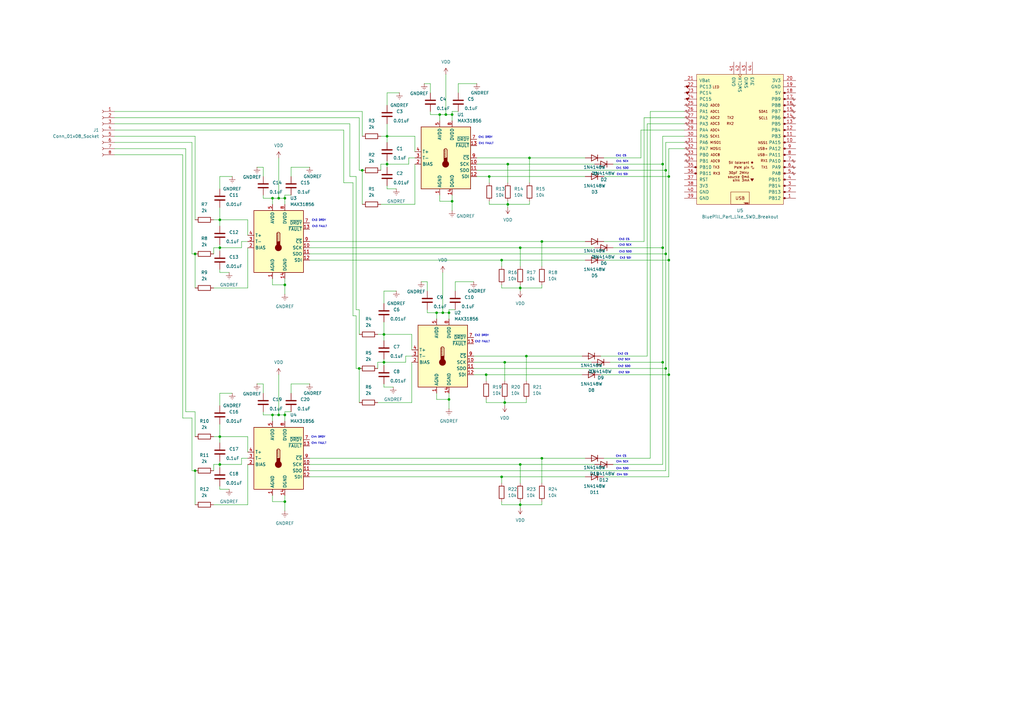
<source format=kicad_sch>
(kicad_sch (version 20250114) (generator "eeschema") (generator_version "9.0")
  (paper "A3")
  (text "Ch1 SCK" (at 255.27 66.294 0) (effects (font (size 0.762 0.762))))
  (text "Ch2 SCK" (at 256.032 147.574 0) (effects (font (size 0.762 0.762))))
  (text "Ch2 DRDY" (at 197.612 137.668 0) (effects (font (size 0.762 0.762))))
  (text "Ch4 SDI" (at 255.27 194.818 0) (effects (font (size 0.762 0.762))))
  (text "Ch4 FAULT" (at 130.81 181.864 0) (effects (font (size 0.762 0.762))))
  (text "Ch3 FAULT" (at 131.064 92.964 0) (effects (font (size 0.762 0.762))))
  (text "Ch3 SDO" (at 256.54 103.378 0) (effects (font (size 0.762 0.762))))
  (text "Ch4 CS" (at 254.762 187.198 0) (effects (font (size 0.762 0.762))))
  (text "Ch4 SCK" (at 255.27 189.484 0) (effects (font (size 0.762 0.762))))
  (text "Ch1 FAULT" (at 199.39 58.928 0) (effects (font (size 0.762 0.762))))
  (text "Ch2 SDO" (at 256.032 150.368 0) (effects (font (size 0.762 0.762))))
  (text "Ch1 SDI" (at 255.27 71.628 0) (effects (font (size 0.762 0.762))))
  (text "Ch2 CS" (at 255.524 145.288 0) (effects (font (size 0.762 0.762))))
  (text "Ch2 FAULT" (at 197.866 140.208 0) (effects (font (size 0.762 0.762))))
  (text "Ch1 DRDY" (at 199.136 56.388 0) (effects (font (size 0.762 0.762))))
  (text "Ch1 CS" (at 254.762 64.008 0) (effects (font (size 0.762 0.762))))
  (text "Ch4 DRDY" (at 130.556 179.324 0) (effects (font (size 0.762 0.762))))
  (text "Ch3 SCK" (at 256.54 100.584 0) (effects (font (size 0.762 0.762))))
  (text "Ch4 SDO" (at 255.27 192.278 0) (effects (font (size 0.762 0.762))))
  (text "Ch1 SDO" (at 255.27 69.088 0) (effects (font (size 0.762 0.762))))
  (text "Ch3 SDI" (at 256.54 105.918 0) (effects (font (size 0.762 0.762))))
  (text "Ch3 CS" (at 256.032 98.298 0) (effects (font (size 0.762 0.762))))
  (text "Ch2 SDI" (at 256.032 152.908 0) (effects (font (size 0.762 0.762))))
  (text "Ch3 DRDY" (at 130.81 90.424 0) (effects (font (size 0.762 0.762))))
  (junction (at 90.17 179.07))
  (junction (at 114.3 170.18))
  (junction (at 205.74 195.58))
  (junction (at 215.9 146.05))
  (junction (at 207.01 165.1))
  (junction (at 180.34 46.99))
  (junction (at 213.36 207.01))
  (junction (at 271.78 101.6))
  (junction (at 111.76 170.18))
  (junction (at 114.3 81.28))
  (junction (at 116.84 170.18))
  (junction (at 158.75 55.88))
  (junction (at 90.17 90.17))
  (junction (at 90.17 190.5))
  (junction (at 205.74 106.68))
  (junction (at 274.32 153.67))
  (junction (at 271.78 148.59))
  (junction (at 147.32 151.13))
  (junction (at 157.48 137.16))
  (junction (at 116.84 81.28))
  (junction (at 90.17 101.6))
  (junction (at 199.39 153.67))
  (junction (at 148.59 69.85))
  (junction (at 274.32 106.68))
  (junction (at 200.66 72.39))
  (junction (at 179.07 128.27))
  (junction (at 185.42 82.55))
  (junction (at 222.25 99.06))
  (junction (at 111.76 81.28))
  (junction (at 116.84 116.84))
  (junction (at 207.01 148.59))
  (junction (at 273.05 151.13))
  (junction (at 181.61 128.27))
  (junction (at 274.32 72.39))
  (junction (at 213.36 190.5))
  (junction (at 116.84 205.74))
  (junction (at 158.75 67.31))
  (junction (at 271.78 67.31))
  (junction (at 208.28 67.31))
  (junction (at 273.05 69.85))
  (junction (at 217.17 64.77))
  (junction (at 208.28 83.82))
  (junction (at 213.36 118.11))
  (junction (at 80.01 193.04))
  (junction (at 273.05 104.14))
  (junction (at 184.15 128.27))
  (junction (at 184.15 163.83))
  (junction (at 185.42 46.99))
  (junction (at 80.01 104.14))
  (junction (at 157.48 148.59))
  (junction (at 213.36 101.6))
  (junction (at 182.88 46.99))
  (junction (at 222.25 187.96))
  (wire (pts (xy 274.32 195.58) (xy 274.32 153.67)))
  (wire (pts (xy 265.43 50.8) (xy 280.67 50.8)))
  (wire (pts (xy 158.75 67.31) (xy 158.75 68.58)))
  (wire (pts (xy 156.21 67.31) (xy 158.75 67.31)))
  (wire (pts (xy 266.7 45.72) (xy 280.67 45.72)))
  (wire (pts (xy 107.95 80.01) (xy 107.95 81.28)))
  (wire (pts (xy 76.2 168.91) (xy 80.01 168.91)))
  (wire (pts (xy 180.34 80.01) (xy 180.34 82.55)))
  (wire (pts (xy 158.75 50.8) (xy 158.75 55.88)))
  (wire (pts (xy 116.84 81.28) (xy 116.84 80.01)))
  (wire (pts (xy 111.76 81.28) (xy 111.76 83.82)))
  (wire (pts (xy 246.38 146.05) (xy 265.43 146.05)))
  (wire (pts (xy 90.17 85.09) (xy 90.17 90.17)))
  (wire (pts (xy 176.53 45.72) (xy 176.53 46.99)))
  (wire (pts (xy 90.17 189.23) (xy 90.17 190.5)))
  (wire (pts (xy 87.63 190.5) (xy 90.17 190.5)))
  (wire (pts (xy 119.38 72.39) (xy 119.38 68.58)))
  (wire (pts (xy 176.53 34.29) (xy 173.99 34.29)))
  (wire (pts (xy 222.25 205.74) (xy 222.25 207.01)))
  (wire (pts (xy 195.58 67.31) (xy 208.28 67.31)))
  (wire (pts (xy 114.3 153.67) (xy 114.3 170.18)))
  (wire (pts (xy 90.17 166.37) (xy 90.17 161.29)))
  (wire (pts (xy 184.15 127) (xy 186.69 127)))
  (wire (pts (xy 247.65 187.96) (xy 266.7 187.96)))
  (wire (pts (xy 148.59 45.72) (xy 148.59 55.88)))
  (wire (pts (xy 90.17 179.07) (xy 90.17 181.61)))
  (wire (pts (xy 127 104.14) (xy 273.05 104.14)))
  (wire (pts (xy 184.15 163.83) (xy 184.15 167.64)))
  (wire (pts (xy 265.43 146.05) (xy 265.43 50.8)))
  (wire (pts (xy 107.95 161.29) (xy 107.95 157.48)))
  (wire (pts (xy 194.31 146.05) (xy 215.9 146.05)))
  (wire (pts (xy 78.74 193.04) (xy 80.01 193.04)))
  (wire (pts (xy 46.99 63.5) (xy 74.93 63.5)))
  (wire (pts (xy 205.74 118.11) (xy 213.36 118.11)))
  (wire (pts (xy 127 106.68) (xy 205.74 106.68)))
  (wire (pts (xy 200.66 83.82) (xy 208.28 83.82)))
  (wire (pts (xy 271.78 67.31) (xy 271.78 55.88)))
  (wire (pts (xy 87.63 101.6) (xy 90.17 101.6)))
  (wire (pts (xy 80.01 193.04) (xy 80.01 207.01)))
  (wire (pts (xy 213.36 116.84) (xy 213.36 118.11)))
  (wire (pts (xy 199.39 165.1) (xy 207.01 165.1)))
  (wire (pts (xy 46.99 53.34) (xy 140.97 53.34)))
  (wire (pts (xy 207.01 165.1) (xy 207.01 166.37)))
  (wire (pts (xy 146.05 72.39) (xy 146.05 127)))
  (wire (pts (xy 274.32 106.68) (xy 274.32 72.39)))
  (wire (pts (xy 116.84 168.91) (xy 119.38 168.91)))
  (wire (pts (xy 107.95 170.18) (xy 111.76 170.18)))
  (wire (pts (xy 179.07 128.27) (xy 181.61 128.27)))
  (wire (pts (xy 271.78 101.6) (xy 271.78 67.31)))
  (wire (pts (xy 127 187.96) (xy 222.25 187.96)))
  (wire (pts (xy 168.91 165.1) (xy 154.94 165.1)))
  (wire (pts (xy 114.3 64.77) (xy 114.3 81.28)))
  (wire (pts (xy 157.48 124.46) (xy 157.48 119.38)))
  (wire (pts (xy 111.76 170.18) (xy 114.3 170.18)))
  (wire (pts (xy 179.07 161.29) (xy 179.07 163.83)))
  (wire (pts (xy 273.05 69.85) (xy 273.05 58.42)))
  (wire (pts (xy 158.75 43.18) (xy 158.75 38.1)))
  (wire (pts (xy 184.15 130.81) (xy 184.15 128.27)))
  (wire (pts (xy 271.78 148.59) (xy 271.78 101.6)))
  (wire (pts (xy 194.31 153.67) (xy 199.39 153.67)))
  (wire (pts (xy 208.28 67.31) (xy 243.84 67.31)))
  (wire (pts (xy 246.38 153.67) (xy 274.32 153.67)))
  (wire (pts (xy 90.17 190.5) (xy 99.06 190.5)))
  (wire (pts (xy 215.9 146.05) (xy 238.76 146.05)))
  (wire (pts (xy 273.05 193.04) (xy 273.05 151.13)))
  (wire (pts (xy 215.9 165.1) (xy 207.01 165.1)))
  (wire (pts (xy 111.76 203.2) (xy 111.76 205.74)))
  (wire (pts (xy 116.84 83.82) (xy 116.84 81.28)))
  (wire (pts (xy 148.59 69.85) (xy 148.59 83.82)))
  (wire (pts (xy 170.18 83.82) (xy 156.21 83.82)))
  (wire (pts (xy 74.93 63.5) (xy 74.93 171.45)))
  (wire (pts (xy 200.66 72.39) (xy 200.66 74.93)))
  (wire (pts (xy 90.17 161.29) (xy 95.25 161.29)))
  (wire (pts (xy 99.06 187.96) (xy 99.06 190.5)))
  (wire (pts (xy 213.36 207.01) (xy 222.25 207.01)))
  (wire (pts (xy 213.36 101.6) (xy 213.36 109.22)))
  (wire (pts (xy 157.48 147.32) (xy 157.48 148.59)))
  (wire (pts (xy 208.28 83.82) (xy 208.28 85.09)))
  (wire (pts (xy 181.61 128.27) (xy 184.15 128.27)))
  (wire (pts (xy 146.05 151.13) (xy 147.32 151.13)))
  (wire (pts (xy 156.21 55.88) (xy 158.75 55.88)))
  (wire (pts (xy 127 195.58) (xy 205.74 195.58)))
  (wire (pts (xy 147.32 151.13) (xy 147.32 165.1)))
  (wire (pts (xy 180.34 46.99) (xy 182.88 46.99)))
  (wire (pts (xy 116.84 80.01) (xy 119.38 80.01)))
  (wire (pts (xy 90.17 173.99) (xy 90.17 179.07)))
  (wire (pts (xy 182.88 46.99) (xy 185.42 46.99)))
  (wire (pts (xy 217.17 64.77) (xy 240.03 64.77)))
  (wire (pts (xy 170.18 55.88) (xy 170.18 62.23)))
  (wire (pts (xy 222.25 99.06) (xy 240.03 99.06)))
  (wire (pts (xy 222.25 116.84) (xy 222.25 118.11)))
  (wire (pts (xy 101.6 101.6) (xy 101.6 118.11)))
  (wire (pts (xy 90.17 77.47) (xy 90.17 72.39)))
  (wire (pts (xy 205.74 205.74) (xy 205.74 207.01)))
  (wire (pts (xy 90.17 72.39) (xy 95.25 72.39)))
  (wire (pts (xy 213.36 207.01) (xy 213.36 208.28)))
  (wire (pts (xy 271.78 55.88) (xy 280.67 55.88)))
  (wire (pts (xy 250.19 148.59) (xy 271.78 148.59)))
  (wire (pts (xy 158.75 38.1) (xy 163.83 38.1)))
  (wire (pts (xy 154.94 137.16) (xy 157.48 137.16)))
  (wire (pts (xy 107.95 168.91) (xy 107.95 170.18)))
  (wire (pts (xy 80.01 55.88) (xy 80.01 90.17)))
  (wire (pts (xy 213.36 118.11) (xy 213.36 119.38)))
  (wire (pts (xy 208.28 82.55) (xy 208.28 83.82)))
  (wire (pts (xy 264.16 48.26) (xy 280.67 48.26)))
  (wire (pts (xy 161.29 158.75) (xy 157.48 158.75)))
  (wire (pts (xy 93.98 111.76) (xy 90.17 111.76)))
  (wire (pts (xy 208.28 67.31) (xy 208.28 74.93)))
  (wire (pts (xy 200.66 72.39) (xy 240.03 72.39)))
  (wire (pts (xy 199.39 163.83) (xy 199.39 165.1)))
  (wire (pts (xy 78.74 104.14) (xy 80.01 104.14)))
  (wire (pts (xy 222.25 99.06) (xy 222.25 109.22)))
  (wire (pts (xy 213.36 190.5) (xy 243.84 190.5)))
  (wire (pts (xy 187.96 38.1) (xy 187.96 34.29)))
  (wire (pts (xy 247.65 72.39) (xy 274.32 72.39)))
  (wire (pts (xy 274.32 72.39) (xy 274.32 60.96)))
  (wire (pts (xy 271.78 190.5) (xy 271.78 148.59)))
  (wire (pts (xy 146.05 129.54) (xy 146.05 151.13)))
  (wire (pts (xy 158.75 55.88) (xy 158.75 58.42)))
  (wire (pts (xy 119.38 157.48) (xy 127 157.48)))
  (wire (pts (xy 217.17 82.55) (xy 217.17 83.82)))
  (wire (pts (xy 101.6 90.17) (xy 101.6 96.52)))
  (wire (pts (xy 195.58 72.39) (xy 200.66 72.39)))
  (wire (pts (xy 205.74 106.68) (xy 205.74 109.22)))
  (wire (pts (xy 273.05 58.42) (xy 280.67 58.42)))
  (wire (pts (xy 154.94 148.59) (xy 154.94 151.13)))
  (wire (pts (xy 90.17 111.76) (xy 90.17 110.49)))
  (wire (pts (xy 140.97 74.93) (xy 144.78 74.93)))
  (wire (pts (xy 199.39 153.67) (xy 238.76 153.67)))
  (wire (pts (xy 186.69 119.38) (xy 186.69 115.57)))
  (wire (pts (xy 222.25 187.96) (xy 240.03 187.96)))
  (wire (pts (xy 213.36 205.74) (xy 213.36 207.01)))
  (wire (pts (xy 182.88 30.48) (xy 182.88 46.99)))
  (wire (pts (xy 186.69 115.57) (xy 194.31 115.57)))
  (wire (pts (xy 176.53 46.99) (xy 180.34 46.99)))
  (wire (pts (xy 200.66 82.55) (xy 200.66 83.82)))
  (wire (pts (xy 116.84 116.84) (xy 116.84 120.65)))
  (wire (pts (xy 194.31 148.59) (xy 207.01 148.59)))
  (wire (pts (xy 195.58 64.77) (xy 217.17 64.77)))
  (wire (pts (xy 111.76 116.84) (xy 116.84 116.84)))
  (wire (pts (xy 46.99 60.96) (xy 76.2 60.96)))
  (wire (pts (xy 274.32 60.96) (xy 280.67 60.96)))
  (wire (pts (xy 101.6 207.01) (xy 87.63 207.01)))
  (wire (pts (xy 205.74 116.84) (xy 205.74 118.11)))
  (wire (pts (xy 185.42 45.72) (xy 187.96 45.72)))
  (wire (pts (xy 87.63 101.6) (xy 87.63 104.14)))
  (wire (pts (xy 207.01 148.59) (xy 207.01 156.21)))
  (wire (pts (xy 207.01 148.59) (xy 242.57 148.59)))
  (wire (pts (xy 143.51 72.39) (xy 146.05 72.39)))
  (wire (pts (xy 80.01 104.14) (xy 80.01 118.11)))
  (wire (pts (xy 114.3 170.18) (xy 116.84 170.18)))
  (wire (pts (xy 213.36 118.11) (xy 222.25 118.11)))
  (wire (pts (xy 251.46 190.5) (xy 271.78 190.5)))
  (wire (pts (xy 264.16 99.06) (xy 264.16 48.26)))
  (wire (pts (xy 116.84 203.2) (xy 116.84 205.74)))
  (wire (pts (xy 158.75 77.47) (xy 158.75 76.2)))
  (wire (pts (xy 90.17 101.6) (xy 90.17 102.87)))
  (wire (pts (xy 143.51 50.8) (xy 143.51 72.39)))
  (wire (pts (xy 78.74 171.45) (xy 78.74 193.04)))
  (wire (pts (xy 157.48 158.75) (xy 157.48 157.48)))
  (wire (pts (xy 101.6 99.06) (xy 99.06 99.06)))
  (wire (pts (xy 46.99 55.88) (xy 80.01 55.88)))
  (wire (pts (xy 144.78 129.54) (xy 146.05 129.54)))
  (wire (pts (xy 205.74 207.01) (xy 213.36 207.01)))
  (wire (pts (xy 107.95 157.48) (xy 105.41 157.48)))
  (wire (pts (xy 170.18 64.77) (xy 167.64 64.77)))
  (wire (pts (xy 127 190.5) (xy 213.36 190.5)))
  (wire (pts (xy 185.42 80.01) (xy 185.42 82.55)))
  (wire (pts (xy 107.95 81.28) (xy 111.76 81.28)))
  (wire (pts (xy 167.64 64.77) (xy 167.64 67.31)))
  (wire (pts (xy 90.17 90.17) (xy 90.17 92.71)))
  (wire (pts (xy 222.25 187.96) (xy 222.25 198.12)))
  (wire (pts (xy 179.07 128.27) (xy 179.07 130.81)))
  (wire (pts (xy 90.17 100.33) (xy 90.17 101.6)))
  (wire (pts (xy 247.65 99.06) (xy 264.16 99.06)))
  (wire (pts (xy 46.99 48.26) (xy 147.32 48.26)))
  (wire (pts (xy 87.63 90.17) (xy 90.17 90.17)))
  (wire (pts (xy 147.32 127) (xy 147.32 137.16)))
  (wire (pts (xy 157.48 148.59) (xy 157.48 149.86)))
  (wire (pts (xy 111.76 205.74) (xy 116.84 205.74)))
  (wire (pts (xy 168.91 148.59) (xy 168.91 165.1)))
  (wire (pts (xy 127 99.06) (xy 222.25 99.06)))
  (wire (pts (xy 158.75 66.04) (xy 158.75 67.31)))
  (wire (pts (xy 247.65 64.77) (xy 262.89 64.77)))
  (wire (pts (xy 107.95 72.39) (xy 107.95 68.58)))
  (wire (pts (xy 187.96 34.29) (xy 195.58 34.29)))
  (wire (pts (xy 262.89 53.34) (xy 280.67 53.34)))
  (wire (pts (xy 101.6 118.11) (xy 87.63 118.11)))
  (wire (pts (xy 76.2 60.96) (xy 76.2 168.91)))
  (wire (pts (xy 273.05 104.14) (xy 273.05 69.85)))
  (wire (pts (xy 170.18 67.31) (xy 170.18 83.82)))
  (wire (pts (xy 111.76 170.18) (xy 111.76 172.72)))
  (wire (pts (xy 99.06 99.06) (xy 99.06 101.6)))
  (wire (pts (xy 157.48 148.59) (xy 166.37 148.59)))
  (wire (pts (xy 101.6 190.5) (xy 101.6 207.01)))
  (wire (pts (xy 215.9 163.83) (xy 215.9 165.1)))
  (wire (pts (xy 127 193.04) (xy 273.05 193.04)))
  (wire (pts (xy 175.26 128.27) (xy 179.07 128.27)))
  (wire (pts (xy 205.74 106.68) (xy 240.03 106.68)))
  (wire (pts (xy 80.01 168.91) (xy 80.01 179.07)))
  (wire (pts (xy 90.17 179.07) (xy 101.6 179.07)))
  (wire (pts (xy 147.32 69.85) (xy 148.59 69.85)))
  (wire (pts (xy 217.17 64.77) (xy 217.17 74.93)))
  (wire (pts (xy 107.95 68.58) (xy 105.41 68.58)))
  (wire (pts (xy 199.39 153.67) (xy 199.39 156.21)))
  (wire (pts (xy 166.37 146.05) (xy 166.37 148.59)))
  (wire (pts (xy 185.42 49.53) (xy 185.42 46.99)))
  (wire (pts (xy 185.42 46.99) (xy 185.42 45.72)))
  (wire (pts (xy 111.76 81.28) (xy 114.3 81.28)))
  (wire (pts (xy 74.93 171.45) (xy 78.74 171.45)))
  (wire (pts (xy 146.05 127) (xy 147.32 127)))
  (wire (pts (xy 213.36 101.6) (xy 243.84 101.6)))
  (wire (pts (xy 116.84 172.72) (xy 116.84 170.18)))
  (wire (pts (xy 140.97 74.93) (xy 140.97 53.34)))
  (wire (pts (xy 179.07 163.83) (xy 184.15 163.83)))
  (wire (pts (xy 247.65 106.68) (xy 274.32 106.68)))
  (wire (pts (xy 144.78 74.93) (xy 144.78 129.54)))
  (wire (pts (xy 175.26 115.57) (xy 172.72 115.57)))
  (wire (pts (xy 119.38 68.58) (xy 127 68.58)))
  (wire (pts (xy 90.17 101.6) (xy 99.06 101.6)))
  (wire (pts (xy 111.76 114.3) (xy 111.76 116.84)))
  (wire (pts (xy 205.74 195.58) (xy 205.74 198.12)))
  (wire (pts (xy 168.91 146.05) (xy 166.37 146.05)))
  (wire (pts (xy 184.15 161.29) (xy 184.15 163.83)))
  (wire (pts (xy 213.36 190.5) (xy 213.36 198.12)))
  (wire (pts (xy 93.98 200.66) (xy 90.17 200.66)))
  (wire (pts (xy 181.61 111.76) (xy 181.61 128.27)))
  (wire (pts (xy 184.15 128.27) (xy 184.15 127)))
  (wire (pts (xy 154.94 148.59) (xy 157.48 148.59)))
  (wire (pts (xy 175.26 119.38) (xy 175.26 115.57)))
  (wire (pts (xy 215.9 146.05) (xy 215.9 156.21)))
  (wire (pts (xy 119.38 161.29) (xy 119.38 157.48)))
  (wire (pts (xy 46.99 45.72) (xy 148.59 45.72)))
  (wire (pts (xy 194.31 151.13) (xy 273.05 151.13)))
  (wire (pts (xy 176.53 38.1) (xy 176.53 34.29)))
  (wire (pts (xy 101.6 179.07) (xy 101.6 185.42)))
  (wire (pts (xy 90.17 90.17) (xy 101.6 90.17)))
  (wire (pts (xy 116.84 205.74) (xy 116.84 209.55)))
  (wire (pts (xy 273.05 151.13) (xy 273.05 104.14)))
  (wire (pts (xy 262.89 64.77) (xy 262.89 53.34)))
  (wire (pts (xy 101.6 187.96) (xy 99.06 187.96)))
  (wire (pts (xy 157.48 137.16) (xy 157.48 139.7)))
  (wire (pts (xy 185.42 82.55) (xy 185.42 86.36)))
  (wire (pts (xy 90.17 200.66) (xy 90.17 199.39)))
  (wire (pts (xy 157.48 132.08) (xy 157.48 137.16)))
  (wire (pts (xy 127 101.6) (xy 213.36 101.6)))
  (wire (pts (xy 251.46 67.31) (xy 271.78 67.31)))
  (wire (pts (xy 175.26 127) (xy 175.26 128.27)))
  (wire (pts (xy 180.34 82.55) (xy 185.42 82.55)))
  (wire (pts (xy 158.75 55.88) (xy 170.18 55.88)))
  (wire (pts (xy 205.74 195.58) (xy 240.03 195.58)))
  (wire (pts (xy 87.63 179.07) (xy 90.17 179.07)))
  (wire (pts (xy 247.65 195.58) (xy 274.32 195.58)))
  (wire (pts (xy 274.32 153.67) (xy 274.32 106.68)))
  (wire (pts (xy 78.74 58.42) (xy 78.74 104.14)))
  (wire (pts (xy 46.99 58.42) (xy 78.74 58.42)))
  (wire (pts (xy 195.58 69.85) (xy 273.05 69.85)))
  (wire (pts (xy 143.51 50.8) (xy 46.99 50.8)))
  (wire (pts (xy 147.32 48.26) (xy 147.32 69.85)))
  (wire (pts (xy 217.17 83.82) (xy 208.28 83.82)))
  (wire (pts (xy 207.01 163.83) (xy 207.01 165.1)))
  (wire (pts (xy 87.63 190.5) (xy 87.63 193.04)))
  (wire (pts (xy 158.75 67.31) (xy 167.64 67.31)))
  (wire (pts (xy 156.21 67.31) (xy 156.21 69.85)))
  (wire (pts (xy 157.48 137.16) (xy 168.91 137.16)))
  (wire (pts (xy 251.46 101.6) (xy 271.78 101.6)))
  (wire (pts (xy 157.48 119.38) (xy 162.56 119.38)))
  (wire (pts (xy 168.91 137.16) (xy 168.91 143.51)))
  (wire (pts (xy 266.7 187.96) (xy 266.7 45.72)))
  (wire (pts (xy 114.3 81.28) (xy 116.84 81.28)))
  (wire (pts (xy 180.34 46.99) (xy 180.34 49.53)))
  (wire (pts (xy 116.84 114.3) (xy 116.84 116.84)))
  (wire (pts (xy 90.17 190.5) (xy 90.17 191.77)))
  (wire (pts (xy 116.84 170.18) (xy 116.84 168.91)))
  (wire (pts (xy 162.56 77.47) (xy 158.75 77.47)))
  (symbol (lib_id "Device:R") (at 199.39 160.02 0) (unit 1)
    (property "Reference" "R19" (at 201.93 158.7499 0) (effects (justify left)))
    (property "Value" "10k" (at 201.93 161.2899 0) (effects (justify left)))
    (property "Footprint" "Resistor_SMD:R_1206_3216Metric_Pad1.30x1.75mm_HandSolder" (effects (hide yes)))
    (property "Description" "Resistor" (effects (hide yes)))
  )
  (symbol (lib_id "Diode:1N4148W") (at 242.57 146.05 180) (unit 1)
    (property "Reference" "D7" (at 242.57 152.4 0))
    (property "Value" "1N4148W" (at 242.57 149.86 0))
    (property "Footprint" "Diode_SMD:D_SOD-123" (effects (hide yes)))
    (property "Datasheet" "https://www.vishay.com/docs/85748/1n4148w.pdf" (effects (hide yes)))
    (property "Description" "75V 0.15A Fast Switching Diode, SOD-123" (effects (hide yes)))
    (property "Sim.Device" "D" (effects (hide yes)))
    (property "Sim.Pins" "1=K 2=A" (effects (hide yes)))
  )
  (symbol (lib_id "power:GNDREF") (at 105.41 157.48 0) (unit 1)
    (property "Reference" "#PWR021" (effects (hide yes)))
    (property "Value" "GNDREF" (at 103.378 161.544 0))
    (property "Description" "Power symbol creates a global label with name \"GNDREF\" , reference supply ground" (effects (hide yes)))
  )
  (symbol (lib_name "C_1") (lib_id "Device:C") (at 157.48 128.27 0) (unit 1)
    (property "Reference" "C6" (at 161.29 126.9999 0) (effects (justify left)))
    (property "Value" "0.01uF" (at 160.02 130.8099 0) (effects (justify left)))
    (property "Footprint" "Capacitor_SMD:C_1206_3216Metric_Pad1.33x1.80mm_HandSolder" (effects (hide yes)))
    (property "Description" "Unpolarized capacitor" (effects (hide yes)))
  )
  (symbol (lib_id "power:VDD") (at 208.28 85.09 180) (unit 1)
    (property "Reference" "#PWR025" (effects (hide yes)))
    (property "Value" "VDD" (at 208.28 90.17 0))
    (property "Description" "Power symbol creates a global label with name \"VDD\"" (effects (hide yes)))
  )
  (symbol (lib_id "Diode:1N4148W") (at 243.84 187.96 180) (unit 1)
    (property "Reference" "D10" (at 243.84 194.31 0))
    (property "Value" "1N4148W" (at 243.84 191.77 0))
    (property "Footprint" "Diode_SMD:D_SOD-123" (effects (hide yes)))
    (property "Datasheet" "https://www.vishay.com/docs/85748/1n4148w.pdf" (effects (hide yes)))
    (property "Description" "75V 0.15A Fast Switching Diode, SOD-123" (effects (hide yes)))
    (property "Sim.Device" "D" (effects (hide yes)))
    (property "Sim.Pins" "1=K 2=A" (effects (hide yes)))
  )
  (symbol (lib_id "power:GNDREF") (at 127 157.48 0) (unit 1)
    (property "Reference" "#PWR024" (effects (hide yes)))
    (property "Value" "GNDREF" (at 128.27 161.29 0))
    (property "Description" "Power symbol creates a global label with name \"GNDREF\" , reference supply ground" (effects (hide yes)))
  )
  (symbol (lib_id "Sensor_Temperature:MAX31856") (at 182.88 64.77 0) (unit 1)
    (property "Reference" "U1" (at 187.5633 46.99 0) (effects (justify left)))
    (property "Value" "MAX31856" (at 187.5633 49.53 0) (effects (justify left)))
    (property "Footprint" "Package_SO:TSSOP-14_4.4x5mm_P0.65mm" (effects (hide yes)))
    (property "Datasheet" "https://datasheets.maximintegrated.com/en/ds/MAX31856.pdf" (effects (hide yes)))
    (property "Description" "Precision Thermocouple to Digital Converter with Linearization, TSSOP-14" (effects (hide yes)))
  )
  (symbol (lib_id "Sensor_Temperature:MAX31856") (at 114.3 187.96 0) (unit 1)
    (property "Reference" "U4" (at 118.9833 170.18 0) (effects (justify left)))
    (property "Value" "MAX31856" (at 118.9833 172.72 0) (effects (justify left)))
    (property "Footprint" "Package_SO:TSSOP-14_4.4x5mm_P0.65mm" (effects (hide yes)))
    (property "Datasheet" "https://datasheets.maximintegrated.com/en/ds/MAX31856.pdf" (effects (hide yes)))
    (property "Description" "Precision Thermocouple to Digital Converter with Linearization, TSSOP-14" (effects (hide yes)))
  )
  (symbol (lib_id "Device:R") (at 83.82 90.17 90) (unit 1)
    (property "Reference" "R7" (at 83.82 83.82 90))
    (property "Value" "2k" (at 83.82 86.36 90))
    (property "Footprint" "Resistor_SMD:R_1206_3216Metric_Pad1.30x1.75mm_HandSolder" (effects (hide yes)))
    (property "Description" "Resistor" (effects (hide yes)))
  )
  (symbol (lib_id "Device:C") (at 90.17 96.52 0) (unit 1)
    (property "Reference" "C12" (at 93.98 95.2499 0) (effects (justify left)))
    (property "Value" "0.1uF" (at 92.71 99.0599 0) (effects (justify left)))
    (property "Footprint" "Capacitor_SMD:C_1206_3216Metric_Pad1.33x1.80mm_HandSolder" (effects (hide yes)))
    (property "Description" "Unpolarized capacitor" (effects (hide yes)))
  )
  (symbol (lib_id "power:GNDREF") (at 185.42 86.36 0) (unit 1)
    (property "Reference" "#PWR02" (effects (hide yes)))
    (property "Value" "GNDREF" (at 191.008 88.646 0))
    (property "Description" "Power symbol creates a global label with name \"GNDREF\" , reference supply ground" (effects (hide yes)))
  )
  (symbol (lib_id "power:VDD") (at 181.61 111.76 0) (unit 1)
    (property "Reference" "#PWR010" (effects (hide yes)))
    (property "Value" "VDD" (at 181.61 106.68 0))
    (property "Description" "Power symbol creates a global label with name \"VDD\"" (effects (hide yes)))
  )
  (symbol (lib_name "C_1") (lib_id "Device:C") (at 90.17 170.18 0) (unit 1)
    (property "Reference" "C16" (at 93.98 168.9099 0) (effects (justify left)))
    (property "Value" "0.01uF" (at 92.71 172.7199 0) (effects (justify left)))
    (property "Footprint" "Capacitor_SMD:C_1206_3216Metric_Pad1.33x1.80mm_HandSolder" (effects (hide yes)))
    (property "Description" "Unpolarized capacitor" (effects (hide yes)))
  )
  (symbol (lib_id "Device:C") (at 90.17 195.58 0) (unit 1)
    (property "Reference" "C18" (at 93.98 194.3099 0) (effects (justify left)))
    (property "Value" "0.01uF" (at 92.71 198.1199 0) (effects (justify left)))
    (property "Footprint" "Capacitor_SMD:C_1206_3216Metric_Pad1.33x1.80mm_HandSolder" (effects (hide yes)))
    (property "Description" "Unpolarized capacitor" (effects (hide yes)))
  )
  (symbol (lib_id "Diode:1N4148W") (at 247.65 67.31 180) (unit 1)
    (property "Reference" "D2" (at 247.65 73.66 0))
    (property "Value" "1N4148W" (at 247.65 71.12 0))
    (property "Footprint" "Diode_SMD:D_SOD-123" (effects (hide yes)))
    (property "Datasheet" "https://www.vishay.com/docs/85748/1n4148w.pdf" (effects (hide yes)))
    (property "Description" "75V 0.15A Fast Switching Diode, SOD-123" (effects (hide yes)))
    (property "Sim.Device" "D" (effects (hide yes)))
    (property "Sim.Pins" "1=K 2=A" (effects (hide yes)))
  )
  (symbol (lib_id "Device:R") (at 83.82 104.14 90) (unit 1)
    (property "Reference" "R8" (at 83.82 97.79 90))
    (property "Value" "2k" (at 83.82 100.33 90))
    (property "Footprint" "Resistor_SMD:R_1206_3216Metric_Pad1.30x1.75mm_HandSolder" (effects (hide yes)))
    (property "Description" "Resistor" (effects (hide yes)))
  )
  (symbol (lib_id "Connector:Conn_01x08_Socket") (at 41.91 53.34 0) (mirror y) (unit 1)
    (property "Reference" "J1" (at 40.64 53.3399 0) (effects (justify left)))
    (property "Value" "Conn_01x08_Socket" (at 40.64 55.8799 0) (effects (justify left)))
    (property "Footprint" "Connector_Phoenix_MC:PhoenixContact_MCV_1,5_8-G-3.81_1x08_P3.81mm_Vertical" (effects (hide yes)))
    (property "Description" "Generic connector, single row, 01x08, script generated" (effects (hide yes)))
  )
  (symbol (lib_id "Device:C") (at 107.95 76.2 0) (unit 1)
    (property "Reference" "C14" (at 111.76 74.9299 0) (effects (justify left)))
    (property "Value" "0.1uF" (at 110.49 78.7399 0) (effects (justify left)))
    (property "Footprint" "Capacitor_SMD:C_1206_3216Metric_Pad1.33x1.80mm_HandSolder" (effects (hide yes)))
    (property "Description" "Unpolarized capacitor" (effects (hide yes)))
  )
  (symbol (lib_id "power:GNDREF") (at 116.84 120.65 0) (unit 1)
    (property "Reference" "#PWR017" (effects (hide yes)))
    (property "Value" "GNDREF" (at 116.84 125.73 0))
    (property "Description" "Power symbol creates a global label with name \"GNDREF\" , reference supply ground" (effects (hide yes)))
  )
  (symbol (lib_id "Sensor_Temperature:MAX31856") (at 114.3 99.06 0) (unit 1)
    (property "Reference" "U3" (at 118.9833 81.28 0) (effects (justify left)))
    (property "Value" "MAX31856" (at 118.9833 83.82 0) (effects (justify left)))
    (property "Footprint" "Package_SO:TSSOP-14_4.4x5mm_P0.65mm" (effects (hide yes)))
    (property "Datasheet" "https://datasheets.maximintegrated.com/en/ds/MAX31856.pdf" (effects (hide yes)))
    (property "Description" "Precision Thermocouple to Digital Converter with Linearization, TSSOP-14" (effects (hide yes)))
  )
  (symbol (lib_id "power:VDD") (at 182.88 30.48 0) (unit 1)
    (property "Reference" "#PWR01" (effects (hide yes)))
    (property "Value" "VDD" (at 182.88 25.4 0))
    (property "Description" "Power symbol creates a global label with name \"VDD\"" (effects (hide yes)))
  )
  (symbol (lib_id "Device:R") (at 213.36 201.93 0) (unit 1)
    (property "Reference" "R23" (at 215.9 200.6599 0) (effects (justify left)))
    (property "Value" "10k" (at 215.9 203.1999 0) (effects (justify left)))
    (property "Footprint" "Resistor_SMD:R_1206_3216Metric_Pad1.30x1.75mm_HandSolder" (effects (hide yes)))
    (property "Description" "Resistor" (effects (hide yes)))
  )
  (symbol (lib_id "Device:R") (at 215.9 160.02 0) (unit 1)
    (property "Reference" "R21" (at 218.44 158.7499 0) (effects (justify left)))
    (property "Value" "10k" (at 218.44 161.2899 0) (effects (justify left)))
    (property "Footprint" "Resistor_SMD:R_1206_3216Metric_Pad1.30x1.75mm_HandSolder" (effects (hide yes)))
    (property "Description" "Resistor" (effects (hide yes)))
  )
  (symbol (lib_id "power:GNDREF") (at 184.15 167.64 0) (unit 1)
    (property "Reference" "#PWR011" (effects (hide yes)))
    (property "Value" "GNDREF" (at 184.15 172.72 0))
    (property "Description" "Power symbol creates a global label with name \"GNDREF\" , reference supply ground" (effects (hide yes)))
  )
  (symbol (lib_id "Device:R") (at 208.28 78.74 0) (unit 1)
    (property "Reference" "R14" (at 210.82 77.4699 0) (effects (justify left)))
    (property "Value" "10k" (at 210.82 80.0099 0) (effects (justify left)))
    (property "Footprint" "Resistor_SMD:R_1206_3216Metric_Pad1.30x1.75mm_HandSolder" (effects (hide yes)))
    (property "Description" "Resistor" (effects (hide yes)))
  )
  (symbol (lib_id "Device:R") (at 222.25 113.03 0) (unit 1)
    (property "Reference" "R18" (at 224.79 111.7599 0) (effects (justify left)))
    (property "Value" "10k" (at 224.79 114.2999 0) (effects (justify left)))
    (property "Footprint" "Resistor_SMD:R_1206_3216Metric_Pad1.30x1.75mm_HandSolder" (effects (hide yes)))
    (property "Description" "Resistor" (effects (hide yes)))
  )
  (symbol (lib_id "Device:R") (at 213.36 113.03 0) (unit 1)
    (property "Reference" "R17" (at 215.9 111.7599 0) (effects (justify left)))
    (property "Value" "10k" (at 215.9 114.2999 0) (effects (justify left)))
    (property "Footprint" "Resistor_SMD:R_1206_3216Metric_Pad1.30x1.75mm_HandSolder" (effects (hide yes)))
    (property "Description" "Resistor" (effects (hide yes)))
  )
  (symbol (lib_id "Device:R") (at 151.13 137.16 90) (unit 1)
    (property "Reference" "R4" (at 151.13 130.81 90))
    (property "Value" "2k" (at 151.13 133.35 90))
    (property "Footprint" "Resistor_SMD:R_1206_3216Metric_Pad1.30x1.75mm_HandSolder" (effects (hide yes)))
    (property "Description" "Resistor" (effects (hide yes)))
  )
  (symbol (lib_id "Diode:1N4148W") (at 243.84 195.58 180) (unit 1)
    (property "Reference" "D11" (at 243.84 201.93 0))
    (property "Value" "1N4148W" (at 243.84 199.39 0))
    (property "Footprint" "Diode_SMD:D_SOD-123" (effects (hide yes)))
    (property "Datasheet" "https://www.vishay.com/docs/85748/1n4148w.pdf" (effects (hide yes)))
    (property "Description" "75V 0.15A Fast Switching Diode, SOD-123" (effects (hide yes)))
    (property "Sim.Device" "D" (effects (hide yes)))
    (property "Sim.Pins" "1=K 2=A" (effects (hide yes)))
  )
  (symbol (lib_id "power:GNDREF") (at 116.84 209.55 0) (unit 1)
    (property "Reference" "#PWR023" (effects (hide yes)))
    (property "Value" "GNDREF" (at 116.84 214.63 0))
    (property "Description" "Power symbol creates a global label with name \"GNDREF\" , reference supply ground" (effects (hide yes)))
  )
  (symbol (lib_id "Device:C") (at 158.75 72.39 0) (unit 1)
    (property "Reference" "C2" (at 162.56 71.1199 0) (effects (justify left)))
    (property "Value" "0.01uF" (at 161.29 74.9299 0) (effects (justify left)))
    (property "Footprint" "Capacitor_SMD:C_1206_3216Metric_Pad1.33x1.80mm_HandSolder" (effects (hide yes)))
    (property "Description" "Unpolarized capacitor" (effects (hide yes)))
  )
  (symbol (lib_id "Device:R") (at 151.13 165.1 90) (unit 1)
    (property "Reference" "R6" (at 151.13 158.75 90))
    (property "Value" "2k" (at 151.13 161.29 90))
    (property "Footprint" "Resistor_SMD:R_1206_3216Metric_Pad1.30x1.75mm_HandSolder" (effects (hide yes)))
    (property "Description" "Resistor" (effects (hide yes)))
  )
  (symbol (lib_id "Device:C") (at 157.48 143.51 0) (unit 1)
    (property "Reference" "C7" (at 161.29 142.2399 0) (effects (justify left)))
    (property "Value" "0.1uF" (at 160.02 146.0499 0) (effects (justify left)))
    (property "Footprint" "Capacitor_SMD:C_1206_3216Metric_Pad1.33x1.80mm_HandSolder" (effects (hide yes)))
    (property "Description" "Unpolarized capacitor" (effects (hide yes)))
  )
  (symbol (lib_id "power:GNDREF") (at 93.98 111.76 0) (unit 1)
    (property "Reference" "#PWR013" (effects (hide yes)))
    (property "Value" "GNDREF" (at 93.98 116.84 0))
    (property "Description" "Power symbol creates a global label with name \"GNDREF\" , reference supply ground" (effects (hide yes)))
  )
  (symbol (lib_id "Device:R") (at 200.66 78.74 0) (unit 1)
    (property "Reference" "R13" (at 203.2 77.4699 0) (effects (justify left)))
    (property "Value" "10k" (at 203.2 80.0099 0) (effects (justify left)))
    (property "Footprint" "Resistor_SMD:R_1206_3216Metric_Pad1.30x1.75mm_HandSolder" (effects (hide yes)))
    (property "Description" "Resistor" (effects (hide yes)))
  )
  (symbol (lib_id "Device:R") (at 152.4 55.88 90) (unit 1)
    (property "Reference" "R3" (at 152.4 49.53 90))
    (property "Value" "2k" (at 152.4 52.07 90))
    (property "Footprint" "Resistor_SMD:R_1206_3216Metric_Pad1.30x1.75mm_HandSolder" (effects (hide yes)))
    (property "Description" "Resistor" (effects (hide yes)))
  )
  (symbol (lib_id "Device:R") (at 83.82 193.04 90) (unit 1)
    (property "Reference" "R11" (at 83.82 186.69 90))
    (property "Value" "2k" (at 83.82 189.23 90))
    (property "Footprint" "Resistor_SMD:R_1206_3216Metric_Pad1.30x1.75mm_HandSolder" (effects (hide yes)))
    (property "Description" "Resistor" (effects (hide yes)))
  )
  (symbol (lib_id "Device:R") (at 151.13 151.13 90) (unit 1)
    (property "Reference" "R5" (at 151.13 144.78 90))
    (property "Value" "2k" (at 151.13 147.32 90))
    (property "Footprint" "Resistor_SMD:R_1206_3216Metric_Pad1.30x1.75mm_HandSolder" (effects (hide yes)))
    (property "Description" "Resistor" (effects (hide yes)))
  )
  (symbol (lib_id "Sensor_Temperature:MAX31856") (at 181.61 146.05 0) (unit 1)
    (property "Reference" "U2" (at 186.2933 128.27 0) (effects (justify left)))
    (property "Value" "MAX31856" (at 186.2933 130.81 0) (effects (justify left)))
    (property "Footprint" "Package_SO:TSSOP-14_4.4x5mm_P0.65mm" (effects (hide yes)))
    (property "Datasheet" "https://datasheets.maximintegrated.com/en/ds/MAX31856.pdf" (effects (hide yes)))
    (property "Description" "Precision Thermocouple to Digital Converter with Linearization, TSSOP-14" (effects (hide yes)))
  )
  (symbol (lib_id "power:GNDREF") (at 163.83 38.1 0) (unit 1)
    (property "Reference" "#PWR04" (effects (hide yes)))
    (property "Value" "GNDREF" (at 163.83 43.18 0))
    (property "Description" "Power symbol creates a global label with name \"GNDREF\" , reference supply ground" (effects (hide yes)))
  )
  (symbol (lib_id "Diode:1N4148W") (at 243.84 106.68 180) (unit 1)
    (property "Reference" "D5" (at 243.84 113.03 0))
    (property "Value" "1N4148W" (at 243.84 110.49 0))
    (property "Footprint" "Diode_SMD:D_SOD-123" (effects (hide yes)))
    (property "Datasheet" "https://www.vishay.com/docs/85748/1n4148w.pdf" (effects (hide yes)))
    (property "Description" "75V 0.15A Fast Switching Diode, SOD-123" (effects (hide yes)))
    (property "Sim.Device" "D" (effects (hide yes)))
    (property "Sim.Pins" "1=K 2=A" (effects (hide yes)))
  )
  (symbol (lib_id "Diode:1N4148W") (at 247.65 101.6 180) (unit 1)
    (property "Reference" "D6" (at 247.65 107.95 0))
    (property "Value" "1N4148W" (at 247.65 105.41 0))
    (property "Footprint" "Diode_SMD:D_SOD-123" (effects (hide yes)))
    (property "Datasheet" "https://www.vishay.com/docs/85748/1n4148w.pdf" (effects (hide yes)))
    (property "Description" "75V 0.15A Fast Switching Diode, SOD-123" (effects (hide yes)))
    (property "Sim.Device" "D" (effects (hide yes)))
    (property "Sim.Pins" "1=K 2=A" (effects (hide yes)))
  )
  (symbol (lib_id "power:GNDREF") (at 161.29 158.75 0) (unit 1)
    (property "Reference" "#PWR07" (effects (hide yes)))
    (property "Value" "GNDREF" (at 161.29 163.83 0))
    (property "Description" "Power symbol creates a global label with name \"GNDREF\" , reference supply ground" (effects (hide yes)))
  )
  (symbol (lib_id "Device:R") (at 222.25 201.93 0) (unit 1)
    (property "Reference" "R24" (at 224.79 200.6599 0) (effects (justify left)))
    (property "Value" "10k" (at 224.79 203.1999 0) (effects (justify left)))
    (property "Footprint" "Resistor_SMD:R_1206_3216Metric_Pad1.30x1.75mm_HandSolder" (effects (hide yes)))
    (property "Description" "Resistor" (effects (hide yes)))
  )
  (symbol (lib_id "Device:R") (at 205.74 113.03 0) (unit 1)
    (property "Reference" "R16" (at 208.28 111.7599 0) (effects (justify left)))
    (property "Value" "10k" (at 208.28 114.2999 0) (effects (justify left)))
    (property "Footprint" "Resistor_SMD:R_1206_3216Metric_Pad1.30x1.75mm_HandSolder" (effects (hide yes)))
    (property "Description" "Resistor" (effects (hide yes)))
  )
  (symbol (lib_id "Device:C") (at 187.96 41.91 0) (unit 1)
    (property "Reference" "C5" (at 191.77 40.6399 0) (effects (justify left)))
    (property "Value" "0.1uF" (at 190.5 44.4499 0) (effects (justify left)))
    (property "Footprint" "Capacitor_SMD:C_1206_3216Metric_Pad1.33x1.80mm_HandSolder" (effects (hide yes)))
    (property "Description" "Unpolarized capacitor" (effects (hide yes)))
  )
  (symbol (lib_id "Diode:1N4148W") (at 247.65 190.5 180) (unit 1)
    (property "Reference" "D12" (at 247.65 196.85 0))
    (property "Value" "1N4148W" (at 247.65 194.31 0))
    (property "Footprint" "Diode_SMD:D_SOD-123" (effects (hide yes)))
    (property "Datasheet" "https://www.vishay.com/docs/85748/1n4148w.pdf" (effects (hide yes)))
    (property "Description" "75V 0.15A Fast Switching Diode, SOD-123" (effects (hide yes)))
    (property "Sim.Device" "D" (effects (hide yes)))
    (property "Sim.Pins" "1=K 2=A" (effects (hide yes)))
  )
  (symbol (lib_id "power:GNDREF") (at 194.31 115.57 0) (unit 1)
    (property "Reference" "#PWR012" (effects (hide yes)))
    (property "Value" "GNDREF" (at 195.58 119.38 0))
    (property "Description" "Power symbol creates a global label with name \"GNDREF\" , reference supply ground" (effects (hide yes)))
  )
  (symbol (lib_id "power:GNDREF") (at 93.98 200.66 0) (unit 1)
    (property "Reference" "#PWR019" (effects (hide yes)))
    (property "Value" "GNDREF" (at 93.98 205.74 0))
    (property "Description" "Power symbol creates a global label with name \"GNDREF\" , reference supply ground" (effects (hide yes)))
  )
  (symbol (lib_name "C_1") (lib_id "Device:C") (at 158.75 46.99 0) (unit 1)
    (property "Reference" "C3" (at 162.56 45.7199 0) (effects (justify left)))
    (property "Value" "0.01uF" (at 161.29 49.5299 0) (effects (justify left)))
    (property "Footprint" "Capacitor_SMD:C_1206_3216Metric_Pad1.33x1.80mm_HandSolder" (effects (hide yes)))
    (property "Description" "Unpolarized capacitor" (effects (hide yes)))
  )
  (symbol (lib_id "power:GNDREF") (at 162.56 77.47 0) (unit 1)
    (property "Reference" "#PWR03" (effects (hide yes)))
    (property "Value" "GNDREF" (at 162.56 82.55 0))
    (property "Description" "Power symbol creates a global label with name \"GNDREF\" , reference supply ground" (effects (hide yes)))
  )
  (symbol (lib_id "Device:R") (at 205.74 201.93 0) (unit 1)
    (property "Reference" "R22" (at 208.28 200.6599 0) (effects (justify left)))
    (property "Value" "10k" (at 208.28 203.1999 0) (effects (justify left)))
    (property "Footprint" "Resistor_SMD:R_1206_3216Metric_Pad1.30x1.75mm_HandSolder" (effects (hide yes)))
    (property "Description" "Resistor" (effects (hide yes)))
  )
  (symbol (lib_id "Device:C") (at 90.17 185.42 0) (unit 1)
    (property "Reference" "C17" (at 93.98 184.1499 0) (effects (justify left)))
    (property "Value" "0.1uF" (at 92.71 187.9599 0) (effects (justify left)))
    (property "Footprint" "Capacitor_SMD:C_1206_3216Metric_Pad1.33x1.80mm_HandSolder" (effects (hide yes)))
    (property "Description" "Unpolarized capacitor" (effects (hide yes)))
  )
  (symbol (lib_id "Diode:1N4148W") (at 243.84 72.39 180) (unit 1)
    (property "Reference" "D3" (at 243.84 78.74 0))
    (property "Value" "1N4148W" (at 243.84 76.2 0))
    (property "Footprint" "Diode_SMD:D_SOD-123" (effects (hide yes)))
    (property "Datasheet" "https://www.vishay.com/docs/85748/1n4148w.pdf" (effects (hide yes)))
    (property "Description" "75V 0.15A Fast Switching Diode, SOD-123" (effects (hide yes)))
    (property "Sim.Device" "D" (effects (hide yes)))
    (property "Sim.Pins" "1=K 2=A" (effects (hide yes)))
  )
  (symbol (lib_id "Device:R") (at 83.82 179.07 90) (unit 1)
    (property "Reference" "R10" (at 83.82 172.72 90))
    (property "Value" "2k" (at 83.82 175.26 90))
    (property "Footprint" "Resistor_SMD:R_1206_3216Metric_Pad1.30x1.75mm_HandSolder" (effects (hide yes)))
    (property "Description" "Resistor" (effects (hide yes)))
  )
  (symbol (lib_id "Device:C") (at 158.75 62.23 0) (unit 1)
    (property "Reference" "C1" (at 162.56 60.9599 0) (effects (justify left)))
    (property "Value" "0.1uF" (at 161.29 64.7699 0) (effects (justify left)))
    (property "Footprint" "Capacitor_SMD:C_1206_3216Metric_Pad1.33x1.80mm_HandSolder" (effects (hide yes)))
    (property "Description" "Unpolarized capacitor" (effects (hide yes)))
  )
  (symbol (lib_id "Device:C") (at 157.48 153.67 0) (unit 1)
    (property "Reference" "C8" (at 161.29 152.3999 0) (effects (justify left)))
    (property "Value" "0.01uF" (at 160.02 156.2099 0) (effects (justify left)))
    (property "Footprint" "Capacitor_SMD:C_1206_3216Metric_Pad1.33x1.80mm_HandSolder" (effects (hide yes)))
    (property "Description" "Unpolarized capacitor" (effects (hide yes)))
  )
  (symbol (lib_id "power:VDD") (at 213.36 208.28 180) (unit 1)
    (property "Reference" "#PWR028" (effects (hide yes)))
    (property "Value" "VDD" (at 213.36 213.36 0))
    (property "Description" "Power symbol creates a global label with name \"VDD\"" (effects (hide yes)))
  )
  (symbol (lib_id "Device:R") (at 217.17 78.74 0) (unit 1)
    (property "Reference" "R15" (at 219.71 77.4699 0) (effects (justify left)))
    (property "Value" "10k" (at 219.71 80.0099 0) (effects (justify left)))
    (property "Footprint" "Resistor_SMD:R_1206_3216Metric_Pad1.30x1.75mm_HandSolder" (effects (hide yes)))
    (property "Description" "Resistor" (effects (hide yes)))
  )
  (symbol (lib_id "Device:R") (at 207.01 160.02 0) (unit 1)
    (property "Reference" "R20" (at 209.55 158.7499 0) (effects (justify left)))
    (property "Value" "10k" (at 209.55 161.2899 0) (effects (justify left)))
    (property "Footprint" "Resistor_SMD:R_1206_3216Metric_Pad1.30x1.75mm_HandSolder" (effects (hide yes)))
    (property "Description" "Resistor" (effects (hide yes)))
  )
  (symbol (lib_id "Diode:1N4148W") (at 246.38 148.59 180) (unit 1)
    (property "Reference" "D9" (at 246.38 154.94 0))
    (property "Value" "1N4148W" (at 246.38 152.4 0))
    (property "Footprint" "Diode_SMD:D_SOD-123" (effects (hide yes)))
    (property "Datasheet" "https://www.vishay.com/docs/85748/1n4148w.pdf" (effects (hide yes)))
    (property "Description" "75V 0.15A Fast Switching Diode, SOD-123" (effects (hide yes)))
    (property "Sim.Device" "D" (effects (hide yes)))
    (property "Sim.Pins" "1=K 2=A" (effects (hide yes)))
  )
  (symbol (lib_id "Diode:1N4148W") (at 243.84 64.77 180) (unit 1)
    (property "Reference" "D1" (at 243.84 71.12 0))
    (property "Value" "1N4148W" (at 243.84 68.58 0))
    (property "Footprint" "Diode_SMD:D_SOD-123" (effects (hide yes)))
    (property "Datasheet" "https://www.vishay.com/docs/85748/1n4148w.pdf" (effects (hide yes)))
    (property "Description" "75V 0.15A Fast Switching Diode, SOD-123" (effects (hide yes)))
    (property "Sim.Device" "D" (effects (hide yes)))
    (property "Sim.Pins" "1=K 2=A" (effects (hide yes)))
  )
  (symbol (lib_id "power:GNDREF") (at 95.25 161.29 0) (unit 1)
    (property "Reference" "#PWR020" (effects (hide yes)))
    (property "Value" "GNDREF" (at 95.25 166.37 0))
    (property "Description" "Power symbol creates a global label with name \"GNDREF\" , reference supply ground" (effects (hide yes)))
  )
  (symbol (lib_id "Device:R") (at 83.82 118.11 90) (unit 1)
    (property "Reference" "R9" (at 83.82 111.76 90))
    (property "Value" "2k" (at 83.82 114.3 90))
    (property "Footprint" "Resistor_SMD:R_1206_3216Metric_Pad1.30x1.75mm_HandSolder" (effects (hide yes)))
    (property "Description" "Resistor" (effects (hide yes)))
  )
  (symbol (lib_id "power:GNDREF") (at 195.58 34.29 0) (unit 1)
    (property "Reference" "#PWR06" (effects (hide yes)))
    (property "Value" "GNDREF" (at 196.85 38.1 0))
    (property "Description" "Power symbol creates a global label with name \"GNDREF\" , reference supply ground" (effects (hide yes)))
  )
  (symbol (lib_id "Device:C") (at 107.95 165.1 0) (unit 1)
    (property "Reference" "C19" (at 111.76 163.8299 0) (effects (justify left)))
    (property "Value" "0.1uF" (at 110.49 167.6399 0) (effects (justify left)))
    (property "Footprint" "Capacitor_SMD:C_1206_3216Metric_Pad1.33x1.80mm_HandSolder" (effects (hide yes)))
    (property "Description" "Unpolarized capacitor" (effects (hide yes)))
  )
  (symbol (lib_id "power:GNDREF") (at 173.99 34.29 0) (unit 1)
    (property "Reference" "#PWR05" (effects (hide yes)))
    (property "Value" "GNDREF" (at 171.958 38.354 0))
    (property "Description" "Power symbol creates a global label with name \"GNDREF\" , reference supply ground" (effects (hide yes)))
  )
  (symbol (lib_id "power:GNDREF") (at 162.56 119.38 0) (unit 1)
    (property "Reference" "#PWR08" (effects (hide yes)))
    (property "Value" "GNDREF" (at 162.56 124.46 0))
    (property "Description" "Power symbol creates a global label with name \"GNDREF\" , reference supply ground" (effects (hide yes)))
  )
  (symbol (lib_id "power:VDD") (at 207.01 166.37 180) (unit 1)
    (property "Reference" "#PWR027" (effects (hide yes)))
    (property "Value" "VDD" (at 207.01 171.45 0))
    (property "Description" "Power symbol creates a global label with name \"VDD\"" (effects (hide yes)))
  )
  (symbol (lib_id "power:VDD") (at 114.3 64.77 0) (unit 1)
    (property "Reference" "#PWR016" (effects (hide yes)))
    (property "Value" "VDD" (at 114.3 59.69 0))
    (property "Description" "Power symbol creates a global label with name \"VDD\"" (effects (hide yes)))
  )
  (symbol (lib_id "power:GNDREF") (at 105.41 68.58 0) (unit 1)
    (property "Reference" "#PWR015" (effects (hide yes)))
    (property "Value" "GNDREF" (at 103.378 72.644 0))
    (property "Description" "Power symbol creates a global label with name \"GNDREF\" , reference supply ground" (effects (hide yes)))
  )
  (symbol (lib_id "Device:R") (at 152.4 69.85 90) (unit 1)
    (property "Reference" "R2" (at 152.4 63.5 90))
    (property "Value" "2k" (at 152.4 66.04 90))
    (property "Footprint" "Resistor_SMD:R_1206_3216Metric_Pad1.30x1.75mm_HandSolder" (effects (hide yes)))
    (property "Description" "Resistor" (effects (hide yes)))
  )
  (symbol (lib_name "C_1") (lib_id "Device:C") (at 90.17 81.28 0) (unit 1)
    (property "Reference" "C11" (at 93.98 80.0099 0) (effects (justify left)))
    (property "Value" "0.01uF" (at 92.71 83.8199 0) (effects (justify left)))
    (property "Footprint" "Capacitor_SMD:C_1206_3216Metric_Pad1.33x1.80mm_HandSolder" (effects (hide yes)))
    (property "Description" "Unpolarized capacitor" (effects (hide yes)))
  )
  (symbol (lib_id "Diode:1N4148W") (at 243.84 99.06 180) (unit 1)
    (property "Reference" "D4" (at 243.84 105.41 0))
    (property "Value" "1N4148W" (at 243.84 102.87 0))
    (property "Footprint" "Diode_SMD:D_SOD-123" (effects (hide yes)))
    (property "Datasheet" "https://www.vishay.com/docs/85748/1n4148w.pdf" (effects (hide yes)))
    (property "Description" "75V 0.15A Fast Switching Diode, SOD-123" (effects (hide yes)))
    (property "Sim.Device" "D" (effects (hide yes)))
    (property "Sim.Pins" "1=K 2=A" (effects (hide yes)))
  )
  (symbol (lib_id "power:GNDREF") (at 127 68.58 0) (unit 1)
    (property "Reference" "#PWR018" (effects (hide yes)))
    (property "Value" "GNDREF" (at 128.27 72.39 0))
    (property "Description" "Power symbol creates a global label with name \"GNDREF\" , reference supply ground" (effects (hide yes)))
  )
  (symbol (lib_id "Device:R") (at 83.82 207.01 90) (unit 1)
    (property "Reference" "R12" (at 83.82 200.66 90))
    (property "Value" "2k" (at 83.82 203.2 90))
    (property "Footprint" "Resistor_SMD:R_1206_3216Metric_Pad1.30x1.75mm_HandSolder" (effects (hide yes)))
    (property "Description" "Resistor" (effects (hide yes)))
  )
  (symbol (lib_id "Device:R") (at 152.4 83.82 90) (unit 1)
    (property "Reference" "R1" (at 152.4 77.47 90))
    (property "Value" "2k" (at 152.4 80.01 90))
    (property "Footprint" "Resistor_SMD:R_1206_3216Metric_Pad1.30x1.75mm_HandSolder" (effects (hide yes)))
    (property "Description" "Resistor" (effects (hide yes)))
  )
  (symbol (lib_id "Device:C") (at 119.38 165.1 0) (unit 1)
    (property "Reference" "C20" (at 123.19 163.8299 0) (effects (justify left)))
    (property "Value" "0.1uF" (at 121.92 167.6399 0) (effects (justify left)))
    (property "Footprint" "Capacitor_SMD:C_1206_3216Metric_Pad1.33x1.80mm_HandSolder" (effects (hide yes)))
    (property "Description" "Unpolarized capacitor" (effects (hide yes)))
  )
  (symbol (lib_id "power:VDD") (at 114.3 153.67 0) (unit 1)
    (property "Reference" "#PWR022" (effects (hide yes)))
    (property "Value" "VDD" (at 114.3 148.59 0))
    (property "Description" "Power symbol creates a global label with name \"VDD\"" (effects (hide yes)))
  )
  (symbol (lib_id "power:GNDREF") (at 95.25 72.39 0) (unit 1)
    (property "Reference" "#PWR014" (effects (hide yes)))
    (property "Value" "GNDREF" (at 95.25 77.47 0))
    (property "Description" "Power symbol creates a global label with name \"GNDREF\" , reference supply ground" (effects (hide yes)))
  )
  (symbol (lib_id "Device:C") (at 90.17 106.68 0) (unit 1)
    (property "Reference" "C13" (at 93.98 105.4099 0) (effects (justify left)))
    (property "Value" "0.01uF" (at 92.71 109.2199 0) (effects (justify left)))
    (property "Footprint" "Capacitor_SMD:C_1206_3216Metric_Pad1.33x1.80mm_HandSolder" (effects (hide yes)))
    (property "Description" "Unpolarized capacitor" (effects (hide yes)))
  )
  (symbol (lib_id "Device:C") (at 176.53 41.91 0) (unit 1)
    (property "Reference" "C4" (at 180.34 40.6399 0) (effects (justify left)))
    (property "Value" "0.1uF" (at 179.07 44.4499 0) (effects (justify left)))
    (property "Footprint" "Capacitor_SMD:C_1206_3216Metric_Pad1.33x1.80mm_HandSolder" (effects (hide yes)))
    (property "Description" "Unpolarized capacitor" (effects (hide yes)))
  )
  (symbol (lib_id "Diode:1N4148W") (at 242.57 153.67 180) (unit 1)
    (property "Reference" "D8" (at 242.57 160.02 0))
    (property "Value" "1N4148W" (at 242.57 157.48 0))
    (property "Footprint" "Diode_SMD:D_SOD-123" (effects (hide yes)))
    (property "Datasheet" "https://www.vishay.com/docs/85748/1n4148w.pdf" (effects (hide yes)))
    (property "Description" "75V 0.15A Fast Switching Diode, SOD-123" (effects (hide yes)))
    (property "Sim.Device" "D" (effects (hide yes)))
    (property "Sim.Pins" "1=K 2=A" (effects (hide yes)))
  )
  (symbol (lib_id "Device:C") (at 175.26 123.19 0) (unit 1)
    (property "Reference" "C9" (at 179.07 121.9199 0) (effects (justify left)))
    (property "Value" "0.1uF" (at 177.8 125.7299 0) (effects (justify left)))
    (property "Footprint" "Capacitor_SMD:C_1206_3216Metric_Pad1.33x1.80mm_HandSolder" (effects (hide yes)))
    (property "Description" "Unpolarized capacitor" (effects (hide yes)))
  )
  (symbol (lib_id "Device:C") (at 186.69 123.19 0) (unit 1)
    (property "Reference" "C10" (at 190.5 121.9199 0) (effects (justify left)))
    (property "Value" "0.1uF" (at 189.23 125.7299 0) (effects (justify left)))
    (property "Footprint" "Capacitor_SMD:C_1206_3216Metric_Pad1.33x1.80mm_HandSolder" (effects (hide yes)))
    (property "Description" "Unpolarized capacitor" (effects (hide yes)))
  )
  (symbol (lib_id "power:GNDREF") (at 172.72 115.57 0) (unit 1)
    (property "Reference" "#PWR09" (effects (hide yes)))
    (property "Value" "GNDREF" (at 170.688 119.634 0))
    (property "Description" "Power symbol creates a global label with name \"GNDREF\" , reference supply ground" (effects (hide yes)))
  )
  (symbol (lib_id "power:VDD") (at 213.36 119.38 180) (unit 1)
    (property "Reference" "#PWR026" (effects (hide yes)))
    (property "Value" "VDD" (at 213.36 124.46 0))
    (property "Description" "Power symbol creates a global label with name \"VDD\"" (effects (hide yes)))
  )
  (symbol (lib_id "My_Library:BluePill_Part_Like_SWD_Breakout") (at 303.53 58.42 180) (unit 1)
    (property "Reference" "U5" (at 303.53 86.36 0))
    (property "Value" "BluePill_Part_Like_SWD_Breakout" (at 303.53 88.9 0))
    (property "Footprint" "MyLibrary:BluePill_SWD_1" (effects (hide yes)))
    (property "Description" "STM32 Blue Pill ; not KLC compliant ; SWD broken out" (effects (hide yes)))
  )
  (symbol (lib_id "Device:C") (at 119.38 76.2 0) (unit 1)
    (property "Reference" "C15" (at 123.19 74.9299 0) (effects (justify left)))
    (property "Value" "0.1uF" (at 121.92 78.7399 0) (effects (justify left)))
    (property "Footprint" "Capacitor_SMD:C_1206_3216Metric_Pad1.33x1.80mm_HandSolder" (effects (hide yes)))
    (property "Description" "Unpolarized capacitor" (effects (hide yes)))
  )
)
</source>
